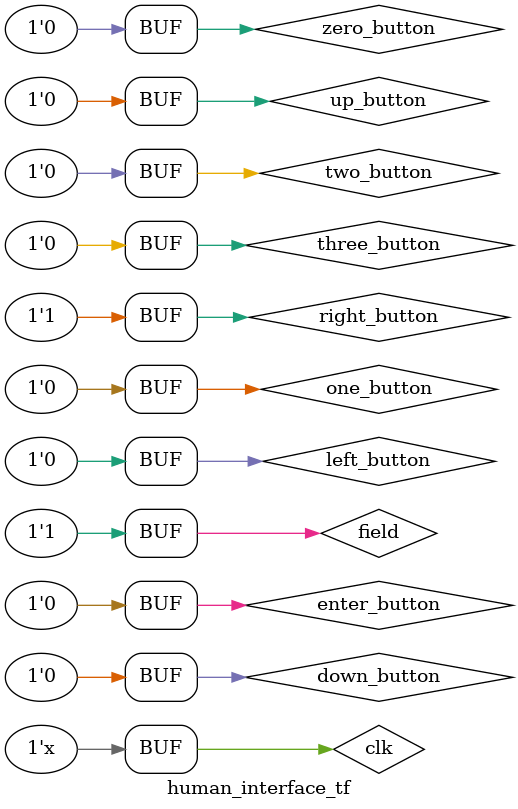
<source format=v>
`timescale 1ns / 1ps


module human_interface_tf;

	// Inputs
	reg clk;
	reg field;
	reg left_button;
	reg right_button;
	reg up_button;
	reg down_button;
	reg enter_button;
	reg zero_button;
	reg one_button;
	reg two_button;
	reg three_button;
	
	// Outputs
	wire [9:0] corners;
	wire field_edge;

	// Instantiate the Unit Under Test (UUT)
	human_interface uut (
		.clk(clk), 
		.field(field), 
		.left_button(left_button), 
		.right_button(right_button), 
		.up_button(up_button), 
		.down_button(down_button), 
		.enter_button(enter_button), 
		.zero_button(zero_button), 
		.one_button(one_button), 
		.two_button(two_button), 
		.three_button(three_button), 
		.corners(corners), 
		.field_edge(field_edge)
	);

		always #5 clk = !clk;

	initial begin
		// Initialize Inputs
		clk = 0;
		field = 0;
		left_button = 0;
		right_button = 0;
		up_button = 0;
		down_button = 0;
		enter_button = 0;
		zero_button = 0;
		one_button = 0;
		two_button = 0;
		three_button = 0;
		
		// Wait 100 ns for global reset to finish
		#100;
		left_button = 1;
		#100;
		field = 1;
		#100;
		left_button = 0;
		right_button = 1;
		#100;
		field = 1;
        
		// Add stimulus here

	end
      
endmodule


</source>
